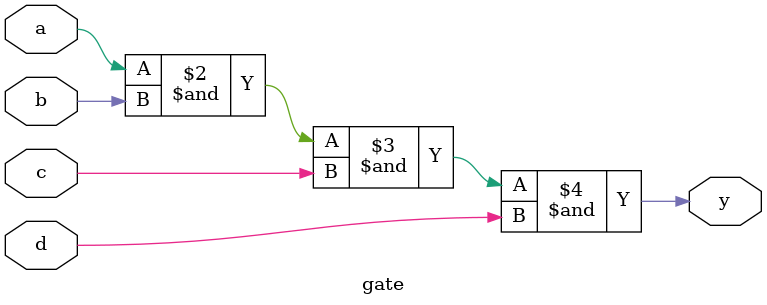
<source format=sv>
module gate (
    input wire a,
    input wire b,
    input wire c,
    input wire d,
    output reg y
);
    always @(a or b or c or d) begin
      y = a & b & c & d;
    end
endmodule

</source>
